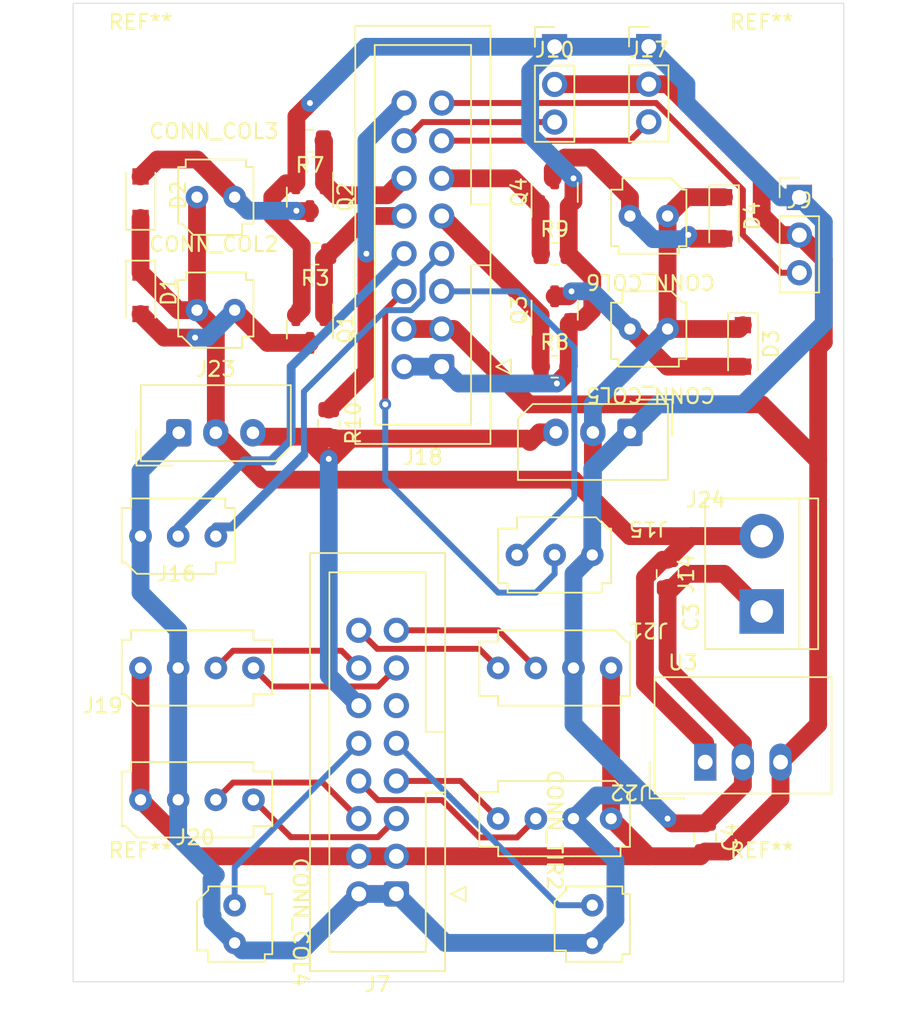
<source format=kicad_pcb>
(kicad_pcb (version 20211014) (generator pcbnew)
  (layers (0 "F.Cu" signal) (31 "B.Cu" signal) (34 "B.Paste" user) (35 "F.Paste" user) (36 "B.SilkS" user "B.Silkscreen") (37 "F.SilkS" user "F.Silkscreen") (38 "B.Mask" user) (39 "F.Mask" user) (44 "Edge.Cuts" user))
  (net 0 "")
  (net 1 "+12V")
  (net 2 "GND")
  (net 3 "+5V")
  (net 4 "Net-(CONN_COL2-Pad2)")
  (net 5 "Net-(CONN_COL3-Pad2)")
  (net 6 "CONTACTEUR1_GPIO")
  (net 7 "Net-(CONN_COL5-Pad2)")
  (net 8 "Net-(CONN_COL6-Pad2)")
  (net 9 "CONTACTEUR2_GPIO")
  (net 10 "MC1B")
  (net 11 "MC1A")
  (net 12 "MC2B")
  (net 13 "MC2A")
  (net 15 "DataAX12_TX")
  (net 16 "RC_1B")
  (net 17 "RC_1A")
  (net 18 "RC_2B")
  (net 19 "RC_2A")
  (net 20 "S3")
  (net 21 "S2")
  (net 22 "Mot2PWM")
  (net 23 "Mot2DIR")
  (net 24 "Mot1PWM")
  (net 25 "Mot1DIR")
  (net 26 "S1")
  (net 27 "POMPE1")
  (net 28 "POMPE2")
  (net 29 "EV1")
  (net 30 "EV2")
  (net 31 "+3V3")
  (footprint "Connector_IDC:IDC-Header_2x08_P2.54mm_Vertical" (layer "F.Cu") (at 99.8125 179.07 180)
    (fp_text reference "J7" (at 1.27 -6.1) (layer "F.SilkS"))
    (fp_text value "Conn_02x08_Top_Bottom")
    (pad "1" thru_hole roundrect locked (at 0 0 180) (size 1.7 1.7) (drill 1) (layers *.Cu *.Mask) (roundrect_rratio 0.147059) (net 2 "GND"))
    (pad "2" thru_hole circle locked (at 2.54 0 180) (size 1.7 1.7) (drill 1) (layers *.Cu *.Mask) (net 2 "GND"))
    (pad "3" thru_hole circle locked (at 0 2.54 180) (size 1.7 1.7) (drill 1) (layers *.Cu *.Mask) (net 3 "+5V"))
    (pad "4" thru_hole circle locked (at 2.54 2.54 180) (size 1.7 1.7) (drill 1) (layers *.Cu *.Mask) (net 3 "+5V"))
    (pad "5" thru_hole circle locked (at 0 5.08 180) (size 1.7 1.7) (drill 1) (layers *.Cu *.Mask) (net 10 "MC1B"))
    (pad "6" thru_hole circle locked (at 2.54 5.08 180) (size 1.7 1.7) (drill 1) (layers *.Cu *.Mask) (net 11 "MC1A"))
    (pad "7" thru_hole circle locked (at 0 7.62 180) (size 1.7 1.7) (drill 1) (layers *.Cu *.Mask) (net 12 "MC2B"))
    (pad "8" thru_hole circle locked (at 2.54 7.62 180) (size 1.7 1.7) (drill 1) (layers *.Cu *.Mask) (net 13 "MC2A"))
    (pad "9" thru_hole circle locked (at 0 10.16 180) (size 1.7 1.7) (drill 1) (layers *.Cu *.Mask) (net 9 "CONTACTEUR2_GPIO"))
    (pad "10" thru_hole circle locked (at 2.54 10.16 180) (size 1.7 1.7) (drill 1) (layers *.Cu *.Mask) (net 6 "CONTACTEUR1_GPIO"))
    (pad "11" thru_hole circle locked (at 0 12.7 180) (size 1.7 1.7) (drill 1) (layers *.Cu *.Mask))
    (pad "12" thru_hole circle locked (at 2.54 12.7 180) (size 1.7 1.7) (drill 1) (layers *.Cu *.Mask) (net 15 "DataAX12_TX"))
    (pad "13" thru_hole circle locked (at 0 15.24 180) (size 1.7 1.7) (drill 1) (layers *.Cu *.Mask) (net 16 "RC_1B"))
    (pad "14" thru_hole circle locked (at 2.54 15.24 180) (size 1.7 1.7) (drill 1) (layers *.Cu *.Mask) (net 17 "RC_1A"))
    (pad "15" thru_hole circle locked (at 0 17.78 180) (size 1.7 1.7) (drill 1) (layers *.Cu *.Mask) (net 19 "RC_2A"))
    (pad "16" thru_hole circle locked (at 2.54 17.78 180) (size 1.7 1.7) (drill 1) (layers *.Cu *.Mask) (net 18 "RC_2B"))
  )
  (footprint "Converter_DCDC:Converter_DCDC_TRACO_TSR-1_THT" (layer "F.Cu") (at 120.65 170.18)
    (fp_text reference "U3" (at -1.5 -6.71) (layer "F.SilkS"))
    (fp_text value "TSR_1-2450")
    (pad "1" thru_hole rect (at 0 0) (size 1.5 2.5) (drill 1) (layers *.Cu *.Mask) (net 1 "+12V"))
    (pad "2" thru_hole oval (at 2.54 0) (size 1.5 2.5) (drill 1) (layers *.Cu *.Mask) (net 2 "GND"))
    (pad "3" thru_hole oval (at 5.08 0) (size 1.5 2.5) (drill 1) (layers *.Cu *.Mask) (net 3 "+5V"))
  )
  (footprint "TerminalBlock:TerminalBlock_bornier-2_P5.08mm" (layer "F.Cu") (at 124.46 160.02 90)
    (fp_text reference "J14" (at 2.54 -5.08 90) (layer "F.SilkS"))
    (fp_text value "Screw_Terminal_01x02")
    (pad "1" thru_hole rect (at 0 0 90) (size 3 3) (drill 1.52) (layers *.Cu *.Mask) (net 2 "GND"))
    (pad "2" thru_hole circle (at 5.08 0 90) (size 3 3) (drill 1.52) (layers *.Cu *.Mask) (net 1 "+12V"))
  )
  (footprint "Capacitor_SMD:C_0805_2012Metric" (layer "F.Cu") (at 118.11 157.48 -90)
    (fp_text reference "C3" (at 2.925 -1.585 90) (layer "F.SilkS"))
    (fp_text value "C")
    (pad "1" smd roundrect (at -0.95 0 270) (size 1 1.45) (layers "F.Cu" "F.Paste" "F.Mask") (net 1 "+12V"))
    (pad "2" smd roundrect (at 0.95 0 270) (size 1 1.45) (layers "F.Cu" "F.Paste" "F.Mask") (net 2 "GND"))
  )
  (footprint "Diode_SMD:D_SOD-123F" (layer "F.Cu") (at 121.92 133.48 -90)
    (fp_text reference "D4" (at -0.127 -1.905 90) (layer "F.SilkS"))
    (fp_text value "PMEG2020EH")
    (pad "1" smd rect (at -1.4 0 270) (size 1.1 1.1) (layers "F.Cu" "F.Paste" "F.Mask") (net 1 "+12V"))
    (pad "2" smd rect (at 1.4 0 270) (size 1.1 1.1) (layers "F.Cu" "F.Paste" "F.Mask") (net 8 "Net-(CONN_COL6-Pad2)"))
  )
  (footprint "Resistor_SMD:R_0805_2012Metric" (layer "F.Cu") (at 95.25 147.32 -90)
    (fp_text reference "R10" (at 0 -1.65 90) (layer "F.SilkS"))
    (fp_text value "1k")
    (pad "1" smd roundrect (at -0.9125 0 270) (size 1.025 1.4) (layers "F.Cu" "F.Paste" "F.Mask") (roundrect_rratio 0.243902) (net 31 "+3V3"))
    (pad "2" smd roundrect (at 0.9125 0 270) (size 1.025 1.4) (layers "F.Cu" "F.Paste" "F.Mask") (roundrect_rratio 0.243902) (net 15 "DataAX12_TX"))
  )
  (footprint "MountingHole:MountingHole_3.2mm_M3" (layer "F.Cu") (at 82.55 124.46)
    (fp_text reference "REF**" (at 0 -4.2) (layer "F.SilkS"))
    (fp_text value "MountingHole_3.2mm_M3")
    (pad "" np_thru_hole circle (at 0 0) (size 3.2 3.2) (drill 3.2) (layers *.Cu *.Mask))
  )
  (footprint "library:HE14_EMBASE_1x03" (layer "F.Cu") (at 82.55 154.94)
    (fp_text reference "J16" (at 2.413 2.54 unlocked) (layer "F.SilkS"))
    (fp_text value "MOT_PWM_1")
    (pad "1" thru_hole circle (at 0 0) (size 1.524 1.524) (drill 0.762) (layers *.Cu *.Mask) (net 2 "GND"))
    (pad "2" thru_hole circle (at 2.54 0) (size 1.524 1.524) (drill 0.762) (layers *.Cu *.Mask) (net 24 "Mot1PWM"))
    (pad "3" thru_hole circle (at 5.08 0) (size 1.524 1.524) (drill 0.762) (layers *.Cu *.Mask) (net 25 "Mot1DIR"))
  )
  (footprint "library:HE14_EMBASE_1x02" (layer "F.Cu") (at 85.598 139.7)
    (fp_text reference "CONN_COL2" (at 1.905 -4.445 unlocked) (layer "F.SilkS"))
    (fp_text value "POMPE1")
    (pad "1" thru_hole circle (at 0.762 0) (size 1.524 1.524) (drill 0.762) (layers *.Cu *.Mask) (net 1 "+12V"))
    (pad "2" thru_hole circle (at 3.302 0) (size 1.524 1.524) (drill 0.762) (layers *.Cu *.Mask) (net 4 "Net-(CONN_COL2-Pad2)"))
  )
  (footprint "Package_TO_SOT_SMD:SOT-23" (layer "F.Cu") (at 110.49 131.7475 90)
    (fp_text reference "Q4" (at 0 -2.4 90) (layer "F.SilkS"))
    (fp_text value "IRLML0030")
    (pad "1" smd roundrect (at -0.9375 -0.95 90) (size 1.475 0.6) (layers "F.Cu" "F.Paste" "F.Mask") (net 30 "EV2"))
    (pad "2" smd roundrect (at -0.9375 0.95 90) (size 1.475 0.6) (layers "F.Cu" "F.Paste" "F.Mask") (net 2 "GND"))
    (pad "3" smd roundrect (at 0.9375 0 90) (size 1.475 0.6) (layers "F.Cu" "F.Paste" "F.Mask") (net 8 "Net-(CONN_COL6-Pad2)"))
  )
  (footprint "Package_TO_SOT_SMD:SOT-23" (layer "F.Cu") (at 110.49 139.7 90)
    (fp_text reference "Q3" (at 0 -2.4 90) (layer "F.SilkS"))
    (fp_text value "IRLML0030")
    (pad "1" smd roundrect (at -0.9375 -0.95 90) (size 1.475 0.6) (layers "F.Cu" "F.Paste" "F.Mask") (net 28 "POMPE2"))
    (pad "2" smd roundrect (at -0.9375 0.95 90) (size 1.475 0.6) (layers "F.Cu" "F.Paste" "F.Mask") (net 2 "GND"))
    (pad "3" smd roundrect (at 0.9375 0 90) (size 1.475 0.6) (layers "F.Cu" "F.Paste" "F.Mask") (net 7 "Net-(CONN_COL5-Pad2)"))
  )
  (footprint "Resistor_SMD:R_0805_2012Metric" (layer "F.Cu") (at 94.3375 135.89 180)
    (fp_text reference "R3" (at 0 -1.65) (layer "F.SilkS"))
    (fp_text value "10k")
    (pad "1" smd roundrect (at -0.9125 0 180) (size 1.025 1.4) (layers "F.Cu" "F.Paste" "F.Mask") (roundrect_rratio 0.243902) (net 27 "POMPE1"))
    (pad "2" smd roundrect (at 0.9125 0 180) (size 1.025 1.4) (layers "F.Cu" "F.Paste" "F.Mask") (roundrect_rratio 0.243902) (net 2 "GND"))
  )
  (footprint "Resistor_SMD:R_0805_2012Metric" (layer "F.Cu") (at 110.49 143.51)
    (fp_text reference "R8" (at 0 -1.65) (layer "F.SilkS"))
    (fp_text value "10k")
    (pad "1" smd roundrect (at -0.9125 0) (size 1.025 1.4) (layers "F.Cu" "F.Paste" "F.Mask") (roundrect_rratio 0.243902) (net 28 "POMPE2"))
    (pad "2" smd roundrect (at 0.9125 0) (size 1.025 1.4) (layers "F.Cu" "F.Paste" "F.Mask") (roundrect_rratio 0.243902) (net 2 "GND"))
  )
  (footprint "library:HE14_EMBASE_1x02" (layer "F.Cu") (at 113.03 179.07 -90)
    (fp_text reference "CONN_TIR2" (at -4.318 2.54 -90 unlocked) (layer "F.SilkS"))
    (fp_text value "CONTACT_2")
    (pad "1" thru_hole circle (at 0.762 0 270) (size 1.524 1.524) (drill 0.762) (layers *.Cu *.Mask) (net 9 "CONTACTEUR2_GPIO"))
    (pad "2" thru_hole circle (at 3.302 0 270) (size 1.524 1.524) (drill 0.762) (layers *.Cu *.Mask) (net 2 "GND"))
  )
  (footprint "Connector_PinHeader_2.54mm:PinHeader_1x03_P2.54mm_Vertical" (layer "F.Cu") (at 116.84 121.92)
    (fp_text reference "J17" (at 0 0.21) (layer "F.SilkS"))
    (fp_text value "SERVO1")
    (pad "1" thru_hole rect (at 0 0) (size 1.7 1.7) (drill 1) (layers *.Cu *.Mask) (net 2 "GND"))
    (pad "2" thru_hole oval (at 0 2.54) (size 1.7 1.7) (drill 1) (layers *.Cu *.Mask) (net 3 "+5V"))
    (pad "3" thru_hole oval (at 0 5.08) (size 1.7 1.7) (drill 1) (layers *.Cu *.Mask) (net 26 "S1"))
  )
  (footprint "library:HE14_EMBASE_1x04" (layer "F.Cu") (at 114.3 163.83 180)
    (fp_text reference "J21" (at -2.54 2.54 180 unlocked) (layer "F.SilkS"))
    (fp_text value "ENC_FOL_2")
    (pad "1" thru_hole circle (at 0 0 180) (size 1.524 1.524) (drill 0.762) (layers *.Cu *.Mask) (net 3 "+5V"))
    (pad "2" thru_hole circle (at 2.54 0 180) (size 1.524 1.524) (drill 0.762) (layers *.Cu *.Mask) (net 2 "GND"))
    (pad "3" thru_hole circle (at 5.08 0 180) (size 1.524 1.524) (drill 0.762) (layers *.Cu *.Mask) (net 19 "RC_2A"))
    (pad "4" thru_hole circle (at 7.62 0 180) (size 1.524 1.524) (drill 0.762) (layers *.Cu *.Mask) (net 18 "RC_2B"))
  )
  (footprint "Diode_SMD:D_SOD-123F" (layer "F.Cu") (at 123.19 142.11 -90)
    (fp_text reference "D3" (at -0.127 -1.905 90) (layer "F.SilkS"))
    (fp_text value "PMEG2020EH")
    (pad "1" smd rect (at -1.4 0 270) (size 1.1 1.1) (layers "F.Cu" "F.Paste" "F.Mask") (net 1 "+12V"))
    (pad "2" smd rect (at 1.4 0 270) (size 1.1 1.1) (layers "F.Cu" "F.Paste" "F.Mask") (net 7 "Net-(CONN_COL5-Pad2)"))
  )
  (footprint "library:HE14_EMBASE_1x02" (layer "F.Cu") (at 118.872 133.35 180)
    (fp_text reference "CONN_COL6" (at 1.905 -4.445 180 unlocked) (layer "F.SilkS"))
    (fp_text value "EV2")
    (pad "1" thru_hole circle (at 0.762 0 180) (size 1.524 1.524) (drill 0.762) (layers *.Cu *.Mask) (net 1 "+12V"))
    (pad "2" thru_hole circle (at 3.302 0 180) (size 1.524 1.524) (drill 0.762) (layers *.Cu *.Mask) (net 8 "Net-(CONN_COL6-Pad2)"))
  )
  (footprint "library:HE14_EMBASE_1x02" (layer "F.Cu") (at 85.598 132.08)
    (fp_text reference "CONN_COL3" (at 1.905 -4.445 unlocked) (layer "F.SilkS"))
    (fp_text value "EV1")
    (pad "1" thru_hole circle (at 0.762 0) (size 1.524 1.524) (drill 0.762) (layers *.Cu *.Mask) (net 1 "+12V"))
    (pad "2" thru_hole circle (at 3.302 0) (size 1.524 1.524) (drill 0.762) (layers *.Cu *.Mask) (net 5 "Net-(CONN_COL3-Pad2)"))
  )
  (footprint "MountingHole:MountingHole_3.2mm_M3" (layer "F.Cu") (at 82.55 180.34)
    (fp_text reference "REF**" (at 0 -4.2) (layer "F.SilkS"))
    (fp_text value "MountingHole_3.2mm_M3")
    (pad "" np_thru_hole circle locked (at 0 0) (size 3.2 3.2) (drill 3.2) (layers *.Cu *.Mask))
  )
  (footprint "library:HE14_EMBASE_1x02" (layer "F.Cu") (at 118.872 140.97 180)
    (fp_text reference "CONN_COL5" (at 1.905 -4.445 180 unlocked) (layer "F.SilkS"))
    (fp_text value "POMPE2")
    (pad "1" thru_hole circle (at 0.762 0 180) (size 1.524 1.524) (drill 0.762) (layers *.Cu *.Mask) (net 1 "+12V"))
    (pad "2" thru_hole circle (at 3.302 0 180) (size 1.524 1.524) (drill 0.762) (layers *.Cu *.Mask) (net 7 "Net-(CONN_COL5-Pad2)"))
  )
  (footprint "Package_TO_SOT_SMD:SOT-23" (layer "F.Cu") (at 93.98 140.97 -90)
    (fp_text reference "Q1" (at 0 -2.4 90) (layer "F.SilkS"))
    (fp_text value "IRLML0030")
    (pad "1" smd roundrect (at -0.9375 -0.95 270) (size 1.475 0.6) (layers "F.Cu" "F.Paste" "F.Mask") (net 27 "POMPE1"))
    (pad "2" smd roundrect (at -0.9375 0.95 270) (size 1.475 0.6) (layers "F.Cu" "F.Paste" "F.Mask") (net 2 "GND"))
    (pad "3" smd roundrect (at 0.9375 0 270) (size 1.475 0.6) (layers "F.Cu" "F.Paste" "F.Mask") (net 4 "Net-(CONN_COL2-Pad2)"))
  )
  (footprint "library:HE14_EMBASE_1x04" (layer "F.Cu") (at 82.55 172.72)
    (fp_text reference "J20" (at 3.683 2.54 unlocked) (layer "F.SilkS"))
    (fp_text value "ENC_MOT_1")
    (pad "1" thru_hole circle (at 0 0) (size 1.524 1.524) (drill 0.762) (layers *.Cu *.Mask) (net 3 "+5V"))
    (pad "2" thru_hole circle (at 2.54 0) (size 1.524 1.524) (drill 0.762) (layers *.Cu *.Mask) (net 2 "GND"))
    (pad "3" thru_hole circle (at 5.08 0) (size 1.524 1.524) (drill 0.762) (layers *.Cu *.Mask) (net 11 "MC1A"))
    (pad "4" thru_hole circle (at 7.62 0) (size 1.524 1.524) (drill 0.762) (layers *.Cu *.Mask) (net 10 "MC1B"))
  )
  (footprint "Diode_SMD:D_SOD-123F" (layer "F.Cu") (at 82.55 138.56 -90)
    (fp_text reference "D1" (at -0.127 -1.905 90) (layer "F.SilkS"))
    (fp_text value "PMEG2020EH")
    (pad "1" smd rect (at -1.4 0 270) (size 1.1 1.1) (layers "F.Cu" "F.Paste" "F.Mask") (net 1 "+12V"))
    (pad "2" smd rect (at 1.4 0 270) (size 1.1 1.1) (layers "F.Cu" "F.Paste" "F.Mask") (net 4 "Net-(CONN_COL2-Pad2)"))
  )
  (footprint "Connector_PinHeader_2.54mm:PinHeader_1x03_P2.54mm_Vertical" (layer "F.Cu") (at 127 132.095)
    (fp_text reference "J9" (at 0 0.21) (layer "F.SilkS"))
    (fp_text value "SERVO3")
    (pad "1" thru_hole rect (at 0 0) (size 1.7 1.7) (drill 1) (layers *.Cu *.Mask) (net 2 "GND"))
    (pad "2" thru_hole oval (at 0 2.54) (size 1.7 1.7) (drill 1) (layers *.Cu *.Mask) (net 3 "+5V"))
    (pad "3" thru_hole oval (at 0 5.08) (size 1.7 1.7) (drill 1) (layers *.Cu *.Mask) (net 20 "S3"))
  )
  (footprint "MountingHole:MountingHole_3.2mm_M3" (layer "F.Cu") (at 124.46 124.46)
    (fp_text reference "REF**" (at 0 -4.2) (layer "F.SilkS"))
    (fp_text value "MountingHole_3.2mm_M3")
    (pad "" np_thru_hole circle (at 0 0) (size 3.2 3.2) (drill 3.2) (layers *.Cu *.Mask))
  )
  (footprint "Connector_IDC:IDC-Header_2x08_P2.54mm_Vertical" (layer "F.Cu") (at 102.87 143.51 180)
    (fp_text reference "J18" (at 1.27 -6.1) (layer "F.SilkS"))
    (fp_text value "Conn_02x08_Top_Bottom")
    (pad "1" thru_hole roundrect (at 0 0 180) (size 1.7 1.7) (drill 1) (layers *.Cu *.Mask) (roundrect_rratio 0.147059) (net 2 "GND"))
    (pad "2" thru_hole circle (at 2.54 0 180) (size 1.7 1.7) (drill 1) (layers *.Cu *.Mask) (net 2 "GND"))
    (pad "3" thru_hole circle (at 0 2.54 180) (size 1.7 1.7) (drill 1) (layers *.Cu *.Mask) (net 3 "+5V"))
    (pad "4" thru_hole circle (at 2.54 2.54 180) (size 1.7 1.7) (drill 1) (layers *.Cu *.Mask) (net 3 "+5V"))
    (pad "5" thru_hole circle (at 0 5.08 180) (size 1.7 1.7) (drill 1) (layers *.Cu *.Mask) (net 23 "Mot2DIR"))
    (pad "6" thru_hole circle (at 2.54 5.08 180) (size 1.7 1.7) (drill 1) (layers *.Cu *.Mask) (net 22 "Mot2PWM"))
    (pad "7" thru_hole circle (at 0 7.62 180) (size 1.7 1.7) (drill 1) (layers *.Cu *.Mask) (net 25 "Mot1DIR"))
    (pad "8" thru_hole circle (at 2.54 7.62 180) (size 1.7 1.7) (drill 1) (layers *.Cu *.Mask) (net 24 "Mot1PWM"))
    (pad "9" thru_hole circle (at 0 10.16 180) (size 1.7 1.7) (drill 1) (layers *.Cu *.Mask) (net 28 "POMPE2"))
    (pad "10" thru_hole circle (at 2.54 10.16 180) (size 1.7 1.7) (drill 1) (layers *.Cu *.Mask) (net 27 "POMPE1"))
    (pad "11" thru_hole circle (at 0 12.7 180) (size 1.7 1.7) (drill 1) (layers *.Cu *.Mask) (net 30 "EV2"))
    (pad "12" thru_hole circle (at 2.54 12.7 180) (size 1.7 1.7) (drill 1) (layers *.Cu *.Mask) (net 29 "EV1"))
    (pad "13" thru_hole circle (at 0 15.24 180) (size 1.7 1.7) (drill 1) (layers *.Cu *.Mask) (net 26 "S1"))
    (pad "14" thru_hole circle (at 2.54 15.24 180) (size 1.7 1.7) (drill 1) (layers *.Cu *.Mask) (net 21 "S2"))
    (pad "15" thru_hole circle (at 0 17.78 180) (size 1.7 1.7) (drill 1) (layers *.Cu *.Mask) (net 20 "S3"))
    (pad "16" thru_hole circle (at 2.54 17.78 180) (size 1.7 1.7) (drill 1) (layers *.Cu *.Mask) (net 31 "+3V3"))
  )
  (footprint "Diode_SMD:D_SOD-123F" (layer "F.Cu") (at 82.55 132.08 90)
    (fp_text reference "D2" (at 0.13 2.54 90) (layer "F.SilkS"))
    (fp_text value "PMEG2020EH")
    (pad "1" smd rect (at -1.4 0 90) (size 1.1 1.1) (layers "F.Cu" "F.Paste" "F.Mask") (net 1 "+12V"))
    (pad "2" smd rect (at 1.4 0 90) (size 1.1 1.1) (layers "F.Cu" "F.Paste" "F.Mask") (net 5 "Net-(CONN_COL3-Pad2)"))
  )
  (footprint "library:HE14_EMBASE_1x04" (layer "F.Cu") (at 114.3 173.99 180)
    (fp_text reference "J22" (at -1.27 1.778 180 unlocked) (layer "F.SilkS"))
    (fp_text value "ENC_MOT_2")
    (pad "1" thru_hole circle (at 0 0 180) (size 1.524 1.524) (drill 0.762) (layers *.Cu *.Mask) (net 3 "+5V"))
    (pad "2" thru_hole circle (at 2.54 0 180) (size 1.524 1.524) (drill 0.762) (layers *.Cu *.Mask) (net 2 "GND"))
    (pad "3" thru_hole circle (at 5.08 0 180) (size 1.524 1.524) (drill 0.762) (layers *.Cu *.Mask) (net 13 "MC2A"))
    (pad "4" thru_hole circle (at 7.62 0 180) (size 1.524 1.524) (drill 0.762) (layers *.Cu *.Mask) (net 12 "MC2B"))
  )
  (footprint "MountingHole:MountingHole_3.2mm_M3" (layer "F.Cu") (at 124.46 180.34)
    (fp_text reference "REF**" (at 0 -4.2) (layer "F.SilkS"))
    (fp_text value "MountingHole_3.2mm_M3")
    (pad "" np_thru_hole circle (at 0 0) (size 3.2 3.2) (drill 3.2) (layers *.Cu *.Mask))
  )
  (footprint "Connector_PinHeader_2.54mm:PinHeader_1x03_P2.54mm_Vertical" (layer "F.Cu") (at 110.49 121.935)
    (fp_text reference "J10" (at 0 0.21) (layer "F.SilkS"))
    (fp_text value "SERVO2")
    (pad "1" thru_hole rect (at 0 0) (size 1.7 1.7) (drill 1) (layers *.Cu *.Mask) (net 2 "GND"))
    (pad "2" thru_hole oval (at 0 2.54) (size 1.7 1.7) (drill 1) (layers *.Cu *.Mask) (net 3 "+5V"))
    (pad "3" thru_hole oval (at 0 5.08) (size 1.7 1.7) (drill 1) (layers *.Cu *.Mask) (net 21 "S2"))
  )
  (footprint "library:HE14_EMBASE_1x03" (layer "F.Cu") (at 113.03 156.21 180)
    (fp_text reference "J15" (at -3.81 1.778 180 unlocked) (layer "F.SilkS"))
    (fp_text value "MOT_PWM_2")
    (pad "1" thru_hole circle (at 0 0 180) (size 1.524 1.524) (drill 0.762) (layers *.Cu *.Mask) (net 2 "GND"))
    (pad "2" thru_hole circle (at 2.54 0 180) (size 1.524 1.524) (drill 0.762) (layers *.Cu *.Mask) (net 22 "Mot2PWM"))
    (pad "3" thru_hole circle (at 5.08 0 180) (size 1.524 1.524) (drill 0.762) (layers *.Cu *.Mask) (net 23 "Mot2DIR"))
  )
  (footprint "Connector_Molex:Molex_SPOX_5267-03A_1x03_P2.50mm_Vertical" (layer "F.Cu") (at 115.57 147.94 180)
    (fp_text reference "J24" (at -5.12 -4.554) (layer "F.SilkS"))
    (fp_text value "AX12_2")
    (pad "1" thru_hole roundrect (at 0 0 180) (size 1.7 1.85) (drill 0.85) (layers *.Cu *.Mask) (roundrect_rratio 0.147059) (net 2 "GND"))
    (pad "2" thru_hole oval (at 2.5 0 180) (size 1.7 1.85) (drill 0.85) (layers *.Cu *.Mask) (net 1 "+12V"))
    (pad "3" thru_hole oval (at 5 0 180) (size 1.7 1.85) (drill 0.85) (layers *.Cu *.Mask) (net 15 "DataAX12_TX"))
  )
  (footprint "Resistor_SMD:R_0805_2012Metric" (layer "F.Cu") (at 110.49 135.89)
    (fp_text reference "R9" (at 0 -1.65) (layer "F.SilkS"))
    (fp_text value "10k")
    (pad "1" smd roundrect (at -0.9125 0) (size 1.025 1.4) (layers "F.Cu" "F.Paste" "F.Mask") (roundrect_rratio 0.243902) (net 30 "EV2"))
    (pad "2" smd roundrect (at 0.9125 0) (size 1.025 1.4) (layers "F.Cu" "F.Paste" "F.Mask") (roundrect_rratio 0.243902) (net 2 "GND"))
  )
  (footprint "Connector_Molex:Molex_SPOX_5267-03A_1x03_P2.50mm_Vertical" (layer "F.Cu") (at 85.13 147.97)
    (fp_text reference "J23" (at 2.5 -4.3) (layer "F.SilkS"))
    (fp_text value "AX12_1")
    (pad "1" thru_hole roundrect (at 0 0) (size 1.7 1.85) (drill 0.85) (layers *.Cu *.Mask) (roundrect_rratio 0.147059) (net 2 "GND"))
    (pad "2" thru_hole oval (at 2.5 0) (size 1.7 1.85) (drill 0.85) (layers *.Cu *.Mask) (net 1 "+12V"))
    (pad "3" thru_hole oval (at 5 0) (size 1.7 1.85) (drill 0.85) (layers *.Cu *.Mask) (net 15 "DataAX12_TX"))
  )
  (footprint "Package_TO_SOT_SMD:SOT-23" (layer "F.Cu") (at 93.98 132.08 -90)
    (fp_text reference "Q2" (at 0 -2.4 90) (layer "F.SilkS"))
    (fp_text value "IRLML0030")
    (pad "1" smd roundrect (at -0.9375 -0.95 270) (size 1.475 0.6) (layers "F.Cu" "F.Paste" "F.Mask") (net 29 "EV1"))
    (pad "2" smd roundrect (at -0.9375 0.95 270) (size 1.475 0.6) (layers "F.Cu" "F.Paste" "F.Mask") (net 2 "GND"))
    (pad "3" smd roundrect (at 0.9375 0 270) (size 1.475 0.6) (layers "F.Cu" "F.Paste" "F.Mask") (net 5 "Net-(CONN_COL3-Pad2)"))
  )
  (footprint "library:HE14_EMBASE_1x02" (layer "F.Cu") (at 88.9 179.07 -90)
    (fp_text reference "CONN_COL4" (at 1.905 -4.445 -90 unlocked) (layer "F.SilkS"))
    (fp_text value "CONTACT_1")
    (pad "1" thru_hole circle (at 0.762 0 270) (size 1.524 1.524) (drill 0.762) (layers *.Cu *.Mask) (net 6 "CONTACTEUR1_GPIO"))
    (pad "2" thru_hole circle (at 3.302 0 270) (size 1.524 1.524) (drill 0.762) (layers *.Cu *.Mask) (net 2 "GND"))
  )
  (footprint "Capacitor_SMD:C_0805_2012Metric" (layer "F.Cu") (at 120.65 175.26 -90)
    (fp_text reference "C4" (at 0 -1.68 90) (layer "F.SilkS"))
    (fp_text value "C")
    (pad "1" smd roundrect (at -0.95 0 270) (size 1 1.45) (layers "F.Cu" "F.Paste" "F.Mask") (net 2 "GND"))
    (pad "2" smd roundrect (at 0.95 0 270) (size 1 1.45) (layers "F.Cu" "F.Paste" "F.Mask") (net 3 "+5V"))
  )
  (footprint "library:HE14_EMBASE_1x04" (layer "F.Cu") (at 82.55 163.83)
    (fp_text reference "J19" (at -2.54 2.54 unlocked) (layer "F.SilkS"))
    (fp_text value "ENC_FOL_1")
    (pad "1" thru_hole circle (at 0 0) (size 1.524 1.524) (drill 0.762) (layers *.Cu *.Mask) (net 3 "+5V"))
    (pad "2" thru_hole circle (at 2.54 0) (size 1.524 1.524) (drill 0.762) (layers *.Cu *.Mask) (net 2 "GND"))
    (pad "3" thru_hole circle (at 5.08 0) (size 1.524 1.524) (drill 0.762) (layers *.Cu *.Mask) (net 17 "RC_1A"))
    (pad "4" thru_hole circle (at 7.62 0) (size 1.524 1.524) (drill 0.762) (layers *.Cu *.Mask) (net 16 "RC_1B"))
  )
  (footprint "Resistor_SMD:R_0805_2012Metric" (layer "F.Cu") (at 93.98 128.27 180)
    (fp_text reference "R7" (at 0 -1.65) (layer "F.SilkS"))
    (fp_text value "10k")
    (pad "1" smd roundrect (at -0.9125 0 180) (size 1.025 1.4) (layers "F.Cu" "F.Paste" "F.Mask") (roundrect_rratio 0.243902) (net 29 "EV1"))
    (pad "2" smd roundrect (at 0.9125 0 180) (size 1.025 1.4) (layers "F.Cu" "F.Paste" "F.Mask") (roundrect_rratio 0.243902) (net 2 "GND"))
  )
  (gr_rect (start 78 119) (end 130 185) (layer "Edge.Cuts") (width 0.05) (fill none))
  (segment (start 85.09 139.7) (end 86.36 139.7) (width 1.2) (layer "F.Cu") (net 1))
  (segment (start 82.55 137.16) (end 82.55 133.48) (width 1.2) (layer "F.Cu") (net 1))
  (segment (start 122.93 140.97) (end 123.19 140.71) (width 1.2) (layer "F.Cu") (net 1))
  (segment (start 121.92 132.08) (end 119.38 132.08) (width 1.2) (layer "F.Cu") (net 1))
  (segment (start 90.79 151.13) (end 87.63 147.97) (width 1.2) (layer "F.Cu") (net 1))
  (segment (start 86.36 139.7) (end 86.36 132.08) (width 1.2) (layer "F.Cu") (net 1))
  (segment (start 118.11 140.97) (end 122.93 140.97) (width 1.2) (layer "F.Cu") (net 1))
  (segment (start 113.07 152.36) (end 113.03 152.4) (width 1.2) (layer "F.Cu") (net 1))
  (segment (start 118.11 133.35) (end 118.11 140.97) (width 1.2) (layer "F.Cu") (net 1))
  (segment (start 119.38 132.08) (end 118.11 133.35) (width 1.2) (layer "F.Cu") (net 1))
  (segment (start 87.63 140.97) (end 86.36 139.7) (width 1.2) (layer "F.Cu") (net 1))
  (segment (start 118.11 156.53) (end 117.800755 156.53) (width 1.2) (layer "F.Cu") (net 1))
  (segment (start 115.57 154.94) (end 124.46 154.94) (width 1.2) (layer "F.Cu") (net 1))
  (segment (start 87.63 147.97) (end 87.63 140.97) (width 1.2) (layer "F.Cu") (net 1))
  (segment (start 113.03 152.4) (end 111.76 151.13) (width 1.2) (layer "F.Cu") (net 1))
  (segment (start 119.7 154.94) (end 118.11 156.53) (width 1.2) (layer "F.Cu") (net 1))
  (segment (start 113.07 147.94) (end 113.07 152.36) (width 1.2) (layer "F.Cu") (net 1))
  (segment (start 117.800755 156.53) (end 116.58548 157.745275) (width 1.2) (layer "F.Cu") (net 1))
  (segment (start 82.55 137.16) (end 85.09 139.7) (width 1.2) (layer "F.Cu") (net 1))
  (segment (start 111.76 151.13) (end 90.79 151.13) (width 1.2) (layer "F.Cu") (net 1))
  (segment (start 124.46 154.94) (end 119.7 154.94) (width 1.2) (layer "F.Cu") (net 1))
  (segment (start 120.65 168.91) (end 120.65 170.18) (width 1.2) (layer "F.Cu") (net 1))
  (segment (start 116.58548 157.745275) (end 116.58548 164.84548) (width 1.2) (layer "F.Cu") (net 1))
  (segment (start 116.58548 164.84548) (end 120.65 168.91) (width 1.2) (layer "F.Cu") (net 1))
  (segment (start 113.03 152.4) (end 115.57 154.94) (width 1.2) (layer "F.Cu") (net 1))
  (segment (start 118.11 140.97) (end 113.07 146.01) (width 1.2) (layer "B.Cu") (net 1))
  (segment (start 113.07 146.01) (end 113.07 147.94) (width 1.2) (layer "B.Cu") (net 1))
  (segment (start 93.425 135.89) (end 93.425 135.335) (width 1.2) (layer "F.Cu") (net 2))
  (segment (start 111.4025 143.51) (end 111.4025 143.881745) (width 1.2) (layer "F.Cu") (net 2))
  (segment (start 113.03 139.7) (end 112.24202 140.48798) (width 1.2) (layer "F.Cu") (net 2))
  (segment (start 111.44 140.6375) (end 111.44 143.4725) (width 1.2) (layer "F.Cu") (net 2))
  (segment (start 118.11 163.83) (end 123.19 168.91) (width 1.2) (layer "F.Cu") (net 2))
  (segment (start 111.4025 143.881745) (end 110.639511 144.644734) (width 1.2) (layer "F.Cu") (net 2))
  (segment (start 91.44 132.08) (end 92.3775 131.1425) (width 1.2) (layer "F.Cu") (net 2))
  (segment (start 118.43 174.31) (end 118.11 173.99) (width 1.2) (layer "F.Cu") (net 2))
  (segment (start 113.03 137.5175) (end 113.03 139.7) (width 1.2) (layer "F.Cu") (net 2))
  (segment (start 121.92 157.48) (end 119.38 157.48) (width 1.2) (layer "F.Cu") (net 2))
  (segment (start 93.0675 131.105) (end 93.03 131.1425) (width 1.2) (layer "F.Cu") (net 2))
  (segment (start 124.46 160.02) (end 121.92 157.48) (width 1.2) (layer "F.Cu") (net 2))
  (segment (start 120.65 174.31) (end 118.43 174.31) (width 1.2) (layer "F.Cu") (net 2))
  (segment (start 111.76 132.365) (end 111.44 132.685) (width 1.2) (layer "F.Cu") (net 2))
  (segment (start 93.425 139.6375) (end 93.03 140.0325) (width 1.2) (layer "F.Cu") (net 2))
  (segment (start 123.19 170.18) (end 123.19 171.77) (width 1.2) (layer "F.Cu") (net 2))
  (segment (start 111.44 132.685) (end 111.44 135.8525) (width 1.2) (layer "F.Cu") (net 2))
  (segment (start 92.3775 131.1425) (end 93.03 131.1425) (width 1.2) (layer "F.Cu") (net 2))
  (segment (start 93.0675 126.6425) (end 93.0675 128.27) (width 1.2) (layer "F.Cu") (net 2))
  (segment (start 118.11 158.43) (end 118.11 163.83) (width 1.2) (layer "F.Cu") (net 2))
  (segment (start 91.44 133.35) (end 91.44 132.08) (width 1.2) (layer "F.Cu") (net 2))
  (segment (start 119.38 157.48) (end 118.11 158.75) (width 1.2) (layer "F.Cu") (net 2))
  (segment (start 111.58952 140.48798) (end 111.44 140.6375) (width 1.2) (layer "F.Cu") (net 2))
  (segment (start 123.19 168.91) (end 123.19 170.18) (width 1.2) (layer "F.Cu") (net 2))
  (segment (start 111.4025 135.89) (end 113.03 137.5175) (width 1.2) (layer "F.Cu") (net 2))
  (segment (start 93.98 125.73) (end 93.0675 126.6425) (width 1.2) (layer "F.Cu") (net 2))
  (segment (start 123.19 171.77) (end 120.65 174.31) (width 1.2) (layer "F.Cu") (net 2))
  (segment (start 111.44 135.8525) (end 111.4025 135.89) (width 1.2) (layer "F.Cu") (net 2))
  (segment (start 111.44 143.4725) (end 111.4025 143.51) (width 1.2) (layer "F.Cu") (net 2))
  (segment (start 93.0675 128.27) (end 93.0675 131.105) (width 1.2) (layer "F.Cu") (net 2))
  (segment (start 93.425 135.89) (end 93.425 139.6375) (width 1.2) (layer "F.Cu") (net 2))
  (segment (start 111.76 130.81) (end 111.76 132.365) (width 1.2) (layer "F.Cu") (net 2))
  (segment (start 93.425 135.335) (end 91.44 133.35) (width 1.2) (layer "F.Cu") (net 2))
  (segment (start 112.24202 140.48798) (end 111.58952 140.48798) (width 1.2) (layer "F.Cu") (net 2))
  (via (at 111.76 130.81) (size 0.8) (drill 0.4) (layers "F.Cu" "B.Cu") (net 2))
  (via (at 93.98 125.73) (size 0.8) (drill 0.4) (layers "F.Cu" "B.Cu") (net 2))
  (via (at 118.11 173.99) (size 0.8) (drill 0.4) (layers "F.Cu" "B.Cu") (net 2))
  (via (at 110.639511 144.644734) (size 0.8) (drill 0.4) (layers "F.Cu" "B.Cu") (net 2))
  (segment (start 99.8125 179.07) (end 97.2725 179.07) (width 1.2) (layer "B.Cu") (net 2))
  (segment (start 114.591511 176.821511) (end 114.591511 180.810489) (width 1.2) (layer "B.Cu") (net 2))
  (segment (start 87.414844 180.886844) (end 87.414844 180.555155) (width 1.2) (layer "B.Cu") (net 2))
  (segment (start 87.414844 180.555155) (end 87.338489 180.4788) (width 1.2) (layer "B.Cu") (net 2))
  (segment (start 111.76 167.64) (end 111.76 163.83) (width 1.2) (layer "B.Cu") (net 2))
  (segment (start 110.49 121.935) (end 116.825 121.935) (width 1.2) (layer "B.Cu") (net 2))
  (segment (start 87.63 177.8) (end 85.09 175.26) (width 1.2) (layer "B.Cu") (net 2))
  (segment (start 110.639511 144.644734) (end 104.004734 144.644734) (width 1.2) (layer "B.Cu") (net 2))
  (segment (start 111.76 157.48) (end 111.76 163.83) (width 1.2) (layer "B.Cu") (net 2))
  (segment (start 87.338489 178.091511) (end 87.63 177.8) (width 1.2) (layer "B.Cu") (net 2))
  (segment (start 114.591511 180.810489) (end 113.03 182.372) (width 1.2) (layer "B.Cu") (net 2))
  (segment (start 85.09 163.83) (end 85.09 161.29) (width 1.2) (layer "B.Cu") (net 2))
  (segment (start 127 132.095) (end 128.649511 133.744511) (width 1.2) (layer "B.Cu") (net 2))
  (segment (start 103.1145 182.372) (end 99.8125 179.07) (width 1.2) (layer "B.Cu") (net 2))
  (segment (start 113.03 150.387773) (end 113.03 156.21) (width 1.2) (layer "B.Cu") (net 2))
  (segment (start 89.408 182.88) (end 88.9 182.372) (width 1.2) (layer "B.Cu") (net 2))
  (segment (start 115.477773 147.94) (end 113.03 150.387773) (width 1.2) (layer "B.Cu") (net 2))
  (segment (start 128.649511 140.590489) (end 123.19 146.05) (width 1.2) (layer "B.Cu") (net 2))
  (segment (start 82.55 150.55) (end 85.13 147.97) (width 1.2) (layer "B.Cu") (net 2))
  (segment (start 93.4625 182.88) (end 89.408 182.88) (width 1.2) (layer "B.Cu") (net 2))
  (segment (start 88.9 182.372) (end 87.414844 180.886844) (width 1.2) (layer "B.Cu") (net 2))
  (segment (start 85.09 175.26) (end 85.09 172.72) (width 1.2) (layer "B.Cu") (net 2))
  (segment (start 128.649511 133.744511) (end 128.649511 140.590489) (width 1.2) (layer "B.Cu") (net 2))
  (segment (start 115.57 147.94) (end 115.477773 147.94) (width 1.2) (layer "B.Cu") (net 2))
  (segment (start 108.840489 123.584511) (end 108.840489 127.890489) (width 1.2) (layer "B.Cu") (net 2))
  (segment (start 111.76 173.99) (end 114.591511 176.821511) (width 1.2) (layer "B.Cu") (net 2))
  (segment (start 85.09 161.29) (end 82.55 158.75) (width 1.2) (layer "B.Cu") (net 2))
  (segment (start 116.84 121.92) (end 119.38 124.46) (width 1.2) (layer "B.Cu") (net 2))
  (segment (start 113.03 182.372) (end 103.1145 182.372) (width 1.2) (layer "B.Cu") (net 2))
  (segment (start 97.2725 179.07) (end 93.4625 182.88) (width 1.2) (layer "B.Cu") (net 2))
  (segment (start 113.03 156.21) (end 111.76 157.48) (width 1.2) (layer "B.Cu") (net 2))
  (segment (start 125.745 132.095) (end 127 132.095) (width 1.2) (layer "B.Cu") (net 2))
  (segment (start 116.825 121.935) (end 116.84 121.92) (width 1.2) (layer "B.Cu") (net 2))
  (segment (start 110.49 121.935) (end 97.775 121.935) (width 1.2) (layer "B.Cu") (net 2))
  (segment (start 82.55 158.75) (end 82.55 154.94) (width 1.2) (layer "B.Cu") (net 2))
  (segment (start 110.49 121.935) (end 108.840489 123.584511) (width 1.2) (layer "B.Cu") (net 2))
  (segment (start 118.11 173.99) (end 116.548489 172.428489) (width 1.2) (layer "B.Cu") (net 2))
  (segment (start 82.55 154.94) (end 82.55 150.55) (width 1.2) (layer "B.Cu") (net 2))
  (segment (start 85.09 172.72) (end 85.09 163.83) (width 1.2) (layer "B.Cu") (net 2))
  (segment (start 97.775 121.935) (end 93.98 125.73) (width 1.2) (layer "B.Cu") (net 2))
  (segment (start 117.46 146.05) (end 115.57 147.94) (width 1.2) (layer "B.Cu") (net 2))
  (segment (start 108.840489 127.890489) (end 111.76 130.81) (width 1.2) (layer "B.Cu") (net 2))
  (segment (start 100.33 143.51) (end 102.87 143.51) (width 1.2) (layer "B.Cu") (net 2))
  (segment (start 116.548489 172.428489) (end 111.76 167.64) (width 1.2) (layer "B.Cu") (net 2))
  (segment (start 119.38 124.46) (end 119.38 125.73) (width 1.2) (layer "B.Cu") (net 2))
  (segment (start 119.38 125.73) (end 125.745 132.095) (width 1.2) (layer "B.Cu") (net 2))
  (segment (start 87.338489 180.4788) (end 87.338489 178.091511) (width 1.2) (layer "B.Cu") (net 2))
  (segment (start 116.548489 172.428489) (end 113.321511 172.428489) (width 1.2) (layer "B.Cu") (net 2))
  (segment (start 113.321511 172.428489) (end 111.76 173.99) (width 1.2) (layer "B.Cu") (net 2))
  (segment (start 104.004734 144.644734) (end 102.87 143.51) (width 1.2) (layer "B.Cu") (net 2))
  (segment (start 123.19 146.05) (end 117.46 146.05) (width 1.2) (layer "B.Cu") (net 2))
  (segment (start 128.27 149.86) (end 128.27 142.24) (width 1.2) (layer "F.Cu") (net 3))
  (segment (start 118.11 124.46) (end 116.84 124.46) (width 1.2) (layer "F.Cu") (net 3))
  (segment (start 100.33 140.97) (end 102.87 140.97) (width 1.2) (layer "F.Cu") (net 3))
  (segment (start 116.84 124.46) (end 110.505 124.46) (width 1.2) (layer "F.Cu") (net 3))
  (segment (start 125.797919 134.635) (end 124.46 133.297081) (width 1.2) (layer "F.Cu") (net 3))
  (segment (start 97.2725 176.53) (end 86.36 176.53) (width 1.2) (layer "F.Cu") (net 3))
  (segment (start 116.84 176.53) (end 114.3 173.99) (width 1.2) (layer "F.Cu") (net 3))
  (segment (start 125.73 170.18) (end 128.27 167.64) (width 1.2) (layer "F.Cu") (net 3))
  (segment (start 110.505 124.46) (end 110.49 124.475) (width 1.2) (layer "F.Cu") (net 3))
  (segment (start 102.87 140.97) (end 103.676627 140.97) (width 1.2) (layer "F.Cu") (net 3))
  (segment (start 99.8125 176.53) (end 116.84 176.53) (width 1.2) (layer "F.Cu") (net 3))
  (segment (start 116.84 176.53) (end 120.33 176.53) (width 1.2) (layer "F.Cu") (net 3))
  (segment (start 124.46 130.81) (end 118.11 124.46) (width 1.2) (layer "F.Cu") (net 3))
  (segment (start 128.27 167.64) (end 128.27 149.86) (width 1.2) (layer "F.Cu") (net 3))
  (segment (start 103.676627 140.97) (end 108.756627 146.05) (width 1.2) (layer "F.Cu") (net 3))
  (segment (start 86.36 176.53) (end 82.55 172.72) (width 1.2) (layer "F.Cu") (net 3))
  (segment (start 108.756627 146.05) (end 124.46 146.05) (width 1.2) (layer "F.Cu") (net 3))
  (segment (start 122.15 176.21) (end 120.65 176.21) (width 1.2) (layer "F.Cu") (net 3))
  (segment (start 124.46 133.297081) (end 124.46 130.81) (width 1.2) (layer "F.Cu") (net 3))
  (segment (start 128.27 142.24) (end 128.649511 141.860489) (width 1.2) (layer "F.Cu") (net 3))
  (segment (start 82.55 172.72) (end 82.55 163.83) (width 1.2) (layer "F.Cu") (net 3))
  (segment (start 120.33 176.53) (end 120.65 176.21) (width 1.2) (layer "F.Cu") (net 3))
  (segment (start 114.3 173.99) (end 114.3 163.83) (width 1.2) (layer "F.Cu") (net 3))
  (segment (start 124.46 146.05) (end 128.27 149.86) (width 1.2) (layer "F.Cu") (net 3))
  (segment (start 99.8125 176.53) (end 97.2725 176.53) (width 1.2) (layer "F.Cu") (net 3))
  (segment (start 125.73 172.63) (end 122.15 176.21) (width 1.2) (layer "F.Cu") (net 3))
  (segment (start 125.73 170.18) (end 125.73 172.63) (width 1.2) (layer "F.Cu") (net 3))
  (segment (start 128.649511 141.860489) (end 128.649511 136.284511) (width 1.2) (layer "F.Cu") (net 3))
  (segment (start 128.649511 136.284511) (end 127 134.635) (width 1.2) (layer "F.Cu") (net 3))
  (segment (start 127 134.635) (end 125.797919 134.635) (width 1.2) (layer "F.Cu") (net 3))
  (segment (start 82.55 139.96) (end 84.1397 141.5497) (width 1.2) (layer "F.Cu") (net 4))
  (segment (start 93.98 141.9075) (end 91.1075 141.9075) (width 1.2) (layer "F.Cu") (net 4))
  (segment (start 84.1397 141.5497) (end 86.23048 141.5497) (width 1.2) (layer "F.Cu") (net 4))
  (segment (start 91.1075 141.9075) (end 88.9 139.7) (width 1.2) (layer "F.Cu") (net 4))
  (via (at 86.23048 141.5497) (size 0.8) (drill 0.4) (layers "F.Cu" "B.Cu") (net 4))
  (segment (start 86.23048 141.5497) (end 87.0503 141.5497) (width 1.2) (layer "B.Cu") (net 4))
  (segment (start 87.0503 141.5497) (end 88.9 139.7) (width 1.2) (layer "B.Cu") (net 4))
  (segment (start 83.69 129.54) (end 82.55 130.68) (width 1.2) (layer "F.Cu") (net 5))
  (segment (start 88.9 132.08) (end 86.36 129.54) (width 1.2) (layer "F.Cu") (net 5))
  (segment (start 93.98 133.0175) (end 93.08672 133.0175) (width 1.2) (layer "F.Cu") (net 5))
  (segment (start 86.36 129.54) (end 83.69 129.54) (width 1.2) (layer "F.Cu") (net 5))
  (segment (start 93.06461 132.99539) (end 93.08672 133.0175) (width 1.2) (layer "F.Cu") (net 5))
  (via (at 93.06461 132.99539) (size 0.8) (drill 0.4) (layers "F.Cu" "B.Cu") (net 5))
  (segment (start 89.81539 132.99539) (end 88.9 132.08) (width 1.2) (layer "B.Cu") (net 5))
  (segment (start 93.06461 132.99539) (end 89.81539 132.99539) (width 1.2) (layer "B.Cu") (net 5))
  (segment (start 97.2725 168.91) (end 88.9 177.2825) (width 0.4) (layer "B.Cu") (net 6))
  (segment (start 88.9 177.2825) (end 88.9 179.832) (width 0.4) (layer "B.Cu") (net 6))
  (segment (start 110.49 138.7625) (end 111.4275 138.7625) (width 1.2) (layer "F.Cu") (net 7))
  (segment (start 111.63048 138.55952) (end 111.63048 138.43) (width 1.2) (layer "F.Cu") (net 7))
  (segment (start 111.4275 138.7625) (end 111.63048 138.55952) (width 1.2) (layer "F.Cu") (net 7))
  (segment (start 118.11 143.51) (end 115.57 140.97) (width 1.2) (layer "F.Cu") (net 7))
  (segment (start 123.19 143.51) (end 118.11 143.51) (width 1.2) (layer "F.Cu") (net 7))
  (via (at 111.63048 138.43) (size 0.8) (drill 0.4) (layers "F.Cu" "B.Cu") (net 7))
  (segment (start 111.63048 138.43) (end 113.03 138.43) (width 1.2) (layer "B.Cu") (net 7))
  (segment (start 113.03 138.43) (end 115.57 140.97) (width 1.2) (layer "B.Cu") (net 7))
  (segment (start 112.90048 129.41048) (end 111.1803 129.41048) (width 1.2) (layer "F.Cu") (net 8))
  (segment (start 110.36048 130.2303) (end 110.36048 130.81) (width 1.2) (layer "F.Cu") (net 8))
  (segment (start 115.57 133.35) (end 115.57 132.08) (width 1.2) (layer "F.Cu") (net 8))
  (segment (start 121.92 134.88) (end 119.76952 134.88) (width 1.2) (layer "F.Cu") (net 8))
  (segment (start 119.50952 134.62) (end 119.76952 134.88) (width 1.2) (layer "F.Cu") (net 8))
  (segment (start 111.1803 129.41048) (end 110.36048 130.2303) (width 1.2) (layer "F.Cu") (net 8))
  (segment (start 115.57 132.08) (end 112.90048 129.41048) (width 1.2) (layer "F.Cu") (net 8))
  (via (at 119.50952 134.62) (size 0.8) (drill 0.4) (layers "F.Cu" "B.Cu") (net 8))
  (segment (start 119.50952 134.62) (end 119.218009 134.911511) (width 1.2) (layer "B.Cu") (net 8))
  (segment (start 119.218009 134.911511) (end 117.131511 134.911511) (width 1.2) (layer "B.Cu") (net 8))
  (segment (start 117.131511 134.911511) (end 115.57 133.35) (width 1.2) (layer "B.Cu") (net 8))
  (segment (start 99.8125 168.91) (end 110.7345 179.832) (width 0.4) (layer "B.Cu") (net 9))
  (segment (start 110.7345 179.832) (end 113.03 179.832) (width 0.4) (layer "B.Cu") (net 9))
  (segment (start 98.562989 175.239511) (end 92.689511 175.239511) (width 0.4) (layer "F.Cu") (net 10))
  (segment (start 99.8125 173.99) (end 98.562989 175.239511) (width 0.4) (layer "F.Cu") (net 10))
  (segment (start 92.689511 175.239511) (end 90.17 172.72) (width 0.4) (layer "F.Cu") (net 10))
  (segment (start 97.2725 173.99) (end 94.840989 171.558489) (width 0.4) (layer "F.Cu") (net 11))
  (segment (start 88.791511 171.558489) (end 87.63 172.72) (width 0.4) (layer "F.Cu") (net 11))
  (segment (start 94.840989 171.558489) (end 88.791511 171.558489) (width 0.4) (layer "F.Cu") (net 11))
  (segment (start 106.68 173.99) (end 104.14 171.45) (width 0.4) (layer "F.Cu") (net 12))
  (segment (start 104.14 171.45) (end 99.8125 171.45) (width 0.4) (layer "F.Cu") (net 12))
  (segment (start 109.22 173.99) (end 107.95 175.26) (width 0.4) (layer "F.Cu") (net 13))
  (segment (start 98.562989 172.740489) (end 97.2725 171.45) (width 0.4) (layer "F.Cu") (net 13))
  (segment (start 102.890489 172.740489) (end 98.562989 172.740489) (width 0.4) (layer "F.Cu") (net 13))
  (segment (start 105.41 175.26) (end 102.890489 172.740489) (width 0.4) (layer "F.Cu") (net 13))
  (segment (start 107.95 175.26) (end 105.41 175.26) (width 0.4) (layer "F.Cu") (net 13))
  (segment (start 90.3925 148.2325) (end 90.13 147.97) (width 1.2) (layer "F.Cu") (net 15))
  (segment (start 95.25 149.73048) (end 95.12048 149.73048) (width 1.2) (layer "F.Cu") (net 15))
  (segment (start 96.74798 148.36202) (end 95.25 148.36202) (width 1.2) (layer "F.Cu") (net 15))
  (segment (start 95.37952 149.73048) (end 96.74798 148.36202) (width 1.2) (layer "F.Cu") (net 15))
  (segment (start 93.6225 148.2325) (end 90.3925 148.2325) (width 1.2) (layer "F.Cu") (net 15))
  (segment (start 109.474035 147.94) (end 108.824035 148.59) (width 1.2) (layer "F.Cu") (net 15))
  (segment (start 95.25 148.2325) (end 93.6225 148.2325) (width 1.2) (layer "F.Cu") (net 15))
  (segment (start 108.824035 148.59) (end 108.596055 148.36202) (width 1.2) (layer "F.Cu") (net 15))
  (segment (start 95.12048 149.73048) (end 93.6225 148.2325) (width 1.2) (layer "F.Cu") (net 15))
  (segment (start 110.57 147.94) (end 109.474035 147.94) (width 1.2) (layer "F.Cu") (net 15))
  (segment (start 108.596055 148.36202) (end 96.74798 148.36202) (width 1.2) (layer "F.Cu") (net 15))
  (segment (start 95.25 149.73048) (end 95.37952 149.73048) (width 1.2) (layer "F.Cu") (net 15))
  (via (at 95.25 149.73048) (size 0.8) (drill 0.4) (layers "F.Cu" "B.Cu") (net 15))
  (segment (start 95.25 164.3475) (end 97.2725 166.37) (width 1.2) (layer "B.Cu") (net 15))
  (segment (start 95.25 149.73048) (end 95.25 164.3475) (width 1.2) (layer "B.Cu") (net 15))
  (segment (start 91.419511 165.079511) (end 90.17 163.83) (width 0.4) (layer "F.Cu") (net 16))
  (segment (start 98.562989 165.079511) (end 91.419511 165.079511) (width 0.4) (layer "F.Cu") (net 16))
  (segment (start 99.8125 163.83) (end 98.562989 165.079511) (width 0.4) (layer "F.Cu") (net 16))
  (segment (start 96.110989 162.668489) (end 88.791511 162.668489) (width 0.4) (layer "F.Cu") (net 17))
  (segment (start 97.2725 163.83) (end 96.110989 162.668489) (width 0.4) (layer "F.Cu") (net 17))
  (segment (start 88.791511 162.668489) (end 87.63 163.83) (width 0.4) (layer "F.Cu") (net 17))
  (segment (start 97.2725 161.29) (end 98.522011 162.539511) (width 0.4) (layer "F.Cu") (net 18))
  (segment (start 105.389511 162.539511) (end 106.68 163.83) (width 0.4) (layer "F.Cu") (net 18))
  (segment (start 98.522011 162.539511) (end 105.389511 162.539511) (width 0.4) (layer "F.Cu") (net 18))
  (segment (start 106.68 161.29) (end 109.22 163.83) (width 0.4) (layer "F.Cu") (net 19))
  (segment (start 99.8125 161.29) (end 106.68 161.29) (width 0.4) (layer "F.Cu") (net 19))
  (segment (start 117.337076 125.73) (end 123.19 131.582924) (width 0.4) (layer "F.Cu") (net 20))
  (segment (start 123.19 131.582924) (end 123.19 134.62) (width 0.4) (layer "F.Cu") (net 20))
  (segment (start 125.745 137.175) (end 127 137.175) (width 0.4) (layer "F.Cu") (net 20))
  (segment (start 123.19 134.62) (end 125.745 137.175) (width 0.4) (layer "F.Cu") (net 20))
  (segment (start 102.87 125.73) (end 117.337076 125.73) (width 0.4) (layer "F.Cu") (net 20))
  (segment (start 110.49 127.015) (end 101.585 127.015) (width 0.4) (layer "F.Cu") (net 21))
  (segment (start 101.585 127.015) (end 100.33 128.27) (width 0.4) (layer "F.Cu") (net 21))
  (segment (start 99.06 139.7) (end 99.06 146.05) (width 0.4) (layer "F.Cu") (net 22))
  (segment (start 100.33 138.43) (end 99.06 139.7) (width 0.4) (layer "F.Cu") (net 22))
  (via (at 99.06 146.05) (size 0.8) (drill 0.4) (layers "F.Cu" "B.Cu") (net 22))
  (via (at 99.06 146.05) (size 0.8) (drill 0.4) (layers "F.Cu" "B.Cu") (net 22))
  (segment (start 106.68 158.75) (end 109.22 158.75) (width 0.4) (layer "B.Cu") (net 22))
  (segment (start 109.22 158.75) (end 110.49 157.48) (width 0.4) (layer "B.Cu") (net 22))
  (segment (start 99.06 146.05) (end 99.06 151.13) (width 0.4) (layer "B.Cu") (net 22))
  (segment (start 110.49 157.48) (end 110.49 156.21) (width 0.4) (layer "B.Cu") (net 22))
  (segment (start 99.06 151.13) (end 106.68 158.75) (width 0.4) (layer "B.Cu") (net 22))
  (segment (start 111.81952 152.34048) (end 111.81952 142.226791) (width 0.4) (layer "B.Cu") (net 23))
  (segment (start 107.95 156.21) (end 111.81952 152.34048) (width 0.4) (layer "B.Cu") (net 23))
  (segment (start 108.022729 138.43) (end 102.87 138.43) (width 0.4) (layer "B.Cu") (net 23))
  (segment (start 111.81952 142.226791) (end 108.022729 138.43) (width 0.4) (layer "B.Cu") (net 23))
  (segment (start 89.55 149.86) (end 85.09 154.32) (width 0.6) (layer "B.Cu") (net 24))
  (segment (start 92.71 143.51) (end 92.71 148.501025) (width 0.6) (layer "B.Cu") (net 24))
  (segment (start 100.33 135.89) (end 92.71 143.51) (width 0.6) (layer "B.Cu") (net 24))
  (segment (start 91.44 149.86) (end 89.55 149.86) (width 0.6) (layer "B.Cu") (net 24))
  (segment (start 92.71 148.501025) (end 91.44 149.771025) (width 0.6) (layer "B.Cu") (net 24))
  (segment (start 91.44 149.771025) (end 91.44 149.86) (width 0.6) (layer "B.Cu") (net 24))
  (segment (start 100.827076 139.7) (end 99.06 139.7) (width 0.4) (layer "B.Cu") (net 25))
  (segment (start 93.573815 145.186185) (end 93.573815 149.453815) (width 0.4) (layer "B.Cu") (net 25))
  (segment (start 102.87 135.89) (end 101.579511 137.180489) (width 0.4) (layer "B.Cu") (net 25))
  (segment (start 99.06 139.7) (end 93.573815 145.186185) (width 0.4) (layer "B.Cu") (net 25))
  (segment (start 101.579511 137.180489) (end 101.579511 138.947565) (width 0.4) (layer "B.Cu") (net 25))
  (segment (start 101.579511 138.947565) (end 100.827076 139.7) (width 0.4) (layer "B.Cu") (net 25))
  (segment (start 88.70763 154.32) (end 93.573815 149.453815) (width 0.6) (layer "B.Cu") (net 25))
  (segment (start 87.63 154.32) (end 88.70763 154.32) (width 0.6) (layer "B.Cu") (net 25))
  (segment (start 115.57 128.27) (end 116.84 127) (width 0.4) (layer "F.Cu") (net 26))
  (segment (start 102.87 128.46998) (end 102.87 128.27) (width 0.4) (layer "F.Cu") (net 26))
  (segment (start 102.87 128.27) (end 115.57 128.27) (width 0.4) (layer "F.Cu") (net 26))
  (via (at 102.87 128.46998) (size 0.8) (drill 0.4) (layers "F.Cu" "B.Cu") (net 26))
  (segment (start 94.93 140.0325) (end 94.93 136.21) (width 1.2) (layer "F.Cu") (net 27))
  (segment (start 100.33 133.35) (end 97.79 133.35) (width 1.2) (layer "F.Cu") (net 27))
  (segment (start 97.79 133.35) (end 95.25 135.89) (width 1.2) (layer "F.Cu") (net 27))
  (segment (start 94.93 136.21) (end 95.25 135.89) (width 1.2) (layer "F.Cu") (net 27))
  (segment (start 109.54 140.6375) (end 109.54 143.4725) (width 1.2) (layer "F.Cu") (net 28))
  (segment (start 109.54 140.02) (end 102.87 133.35) (width 1.2) (layer "F.Cu") (net 28))
  (segment (start 109.54 143.4725) (end 109.5775 143.51) (width 1.2) (layer "F.Cu") (net 28))
  (segment (start 109.54 140.6375) (end 109.54 140.02) (width 1.2) (layer "F.Cu") (net 28))
  (segment (start 94.93 128.3075) (end 94.8925 128.27) (width 1.2) (layer "F.Cu") (net 29))
  (segment (start 100.33 130.81) (end 99.18952 131.95048) (width 1.2) (layer "F.Cu") (net 29))
  (segment (start 95.73798 131.95048) (end 94.93 131.1425) (width 1.2) (layer "F.Cu") (net 29))
  (segment (start 99.18952 131.95048) (end 95.73798 131.95048) (width 1.2) (layer "F.Cu") (net 29))
  (segment (start 94.93 131.1425) (end 94.93 128.3075) (width 1.2) (layer "F.Cu") (net 29))
  (segment (start 107.665 130.81) (end 109.54 132.685) (width 1.2) (layer "F.Cu") (net 30))
  (segment (start 102.87 130.81) (end 107.665 130.81) (width 1.2) (layer "F.Cu") (net 30))
  (segment (start 109.54 132.685) (end 109.54 135.8525) (width 1.2) (layer "F.Cu") (net 30))
  (segment (start 109.54 135.8525) (end 109.5775 135.89) (width 1.2) (layer "F.Cu") (net 30))
  (segment (start 97.79 135.89) (end 97.79 143.8675) (width 1.2) (layer "F.Cu") (net 31))
  (segment (start 97.79 143.8675) (end 95.25 146.4075) (width 1.2) (layer "F.Cu") (net 31))
  (via (at 97.79 135.89) (size 0.8) (drill 0.4) (layers "F.Cu" "B.Cu") (net 31))
  (segment (start 97.79 128.27) (end 100.33 125.73) (width 1.2) (layer "B.Cu") (net 31))
  (segment (start 97.79 135.89) (end 97.79 128.27) (width 1.2) (layer "B.Cu") (net 31))
)
</source>
